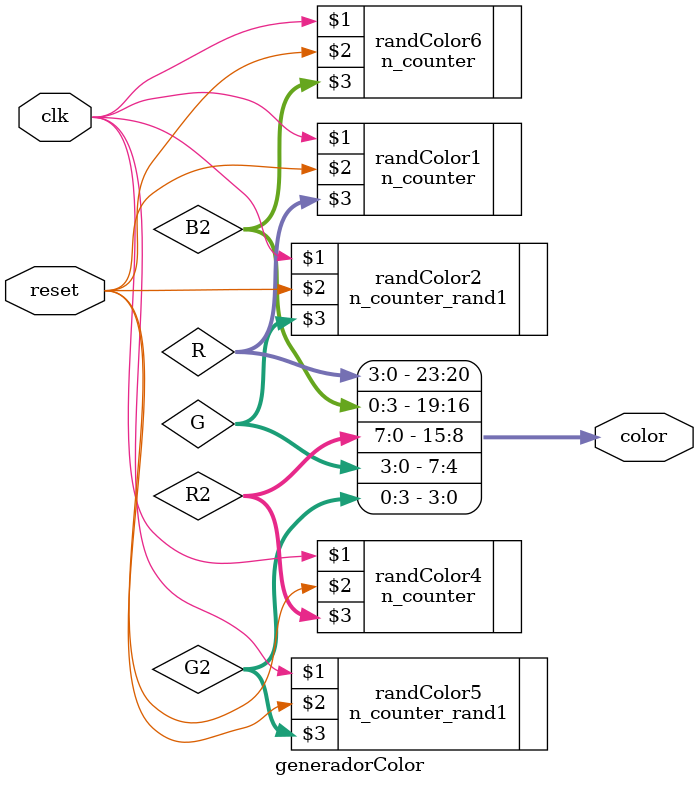
<source format=sv>
module generadorColor 
(input logic clk, reset,
output logic [23:0] color);

logic [3:0] R, G;
logic [0:3] G2, B2;
logic [7:0] R2;

n_counter #(4) randColor1(clk,reset,R);
n_counter_rand1 randColor2(clk,reset,G);
//n_counter #(4) randColor3(clk,reset,B);

//mirrored
n_counter #(8) randColor4(clk,reset,R2);
n_counter_rand1 randColor5(clk,reset,G2);
n_counter #(4) randColor6(clk,reset,B2);

assign color = {R, B2, R2, G, G2};

endmodule
</source>
